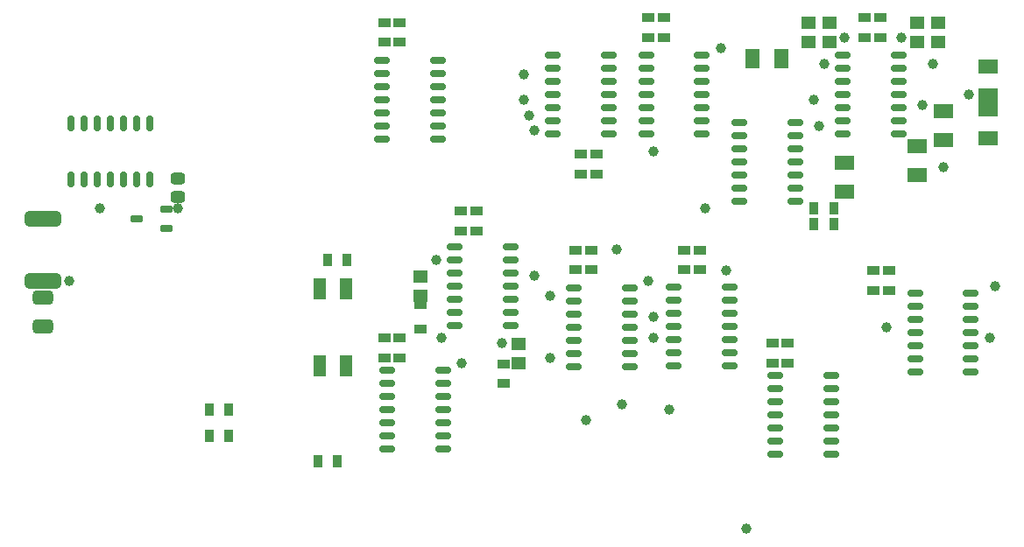
<source format=gbp>
G04*
G04 #@! TF.GenerationSoftware,Altium Limited,Altium Designer,23.9.2 (47)*
G04*
G04 Layer_Color=128*
%FSLAX44Y44*%
%MOMM*%
G71*
G04*
G04 #@! TF.SameCoordinates,1607B9EF-4730-45C7-A4D5-593DF947B7B5*
G04*
G04*
G04 #@! TF.FilePolarity,Positive*
G04*
G01*
G75*
%ADD17R,1.3000X0.9000*%
%ADD18R,1.3500X1.1500*%
%ADD19C,1.0000*%
G04:AMPARAMS|DCode=28|XSize=0.65mm|YSize=1.25mm|CornerRadius=0.1625mm|HoleSize=0mm|Usage=FLASHONLY|Rotation=90.000|XOffset=0mm|YOffset=0mm|HoleType=Round|Shape=RoundedRectangle|*
%AMROUNDEDRECTD28*
21,1,0.6500,0.9250,0,0,90.0*
21,1,0.3250,1.2500,0,0,90.0*
1,1,0.3250,0.4625,0.1625*
1,1,0.3250,0.4625,-0.1625*
1,1,0.3250,-0.4625,-0.1625*
1,1,0.3250,-0.4625,0.1625*
%
%ADD28ROUNDEDRECTD28*%
G04:AMPARAMS|DCode=32|XSize=3.5mm|YSize=1.5mm|CornerRadius=0.375mm|HoleSize=0mm|Usage=FLASHONLY|Rotation=0.000|XOffset=0mm|YOffset=0mm|HoleType=Round|Shape=RoundedRectangle|*
%AMROUNDEDRECTD32*
21,1,3.5000,0.7500,0,0,0.0*
21,1,2.7500,1.5000,0,0,0.0*
1,1,0.7500,1.3750,-0.3750*
1,1,0.7500,-1.3750,-0.3750*
1,1,0.7500,-1.3750,0.3750*
1,1,0.7500,1.3750,0.3750*
%
%ADD32ROUNDEDRECTD32*%
G04:AMPARAMS|DCode=34|XSize=0.6mm|YSize=1.45mm|CornerRadius=0.15mm|HoleSize=0mm|Usage=FLASHONLY|Rotation=90.000|XOffset=0mm|YOffset=0mm|HoleType=Round|Shape=RoundedRectangle|*
%AMROUNDEDRECTD34*
21,1,0.6000,1.1500,0,0,90.0*
21,1,0.3000,1.4500,0,0,90.0*
1,1,0.3000,0.5750,0.1500*
1,1,0.3000,0.5750,-0.1500*
1,1,0.3000,-0.5750,-0.1500*
1,1,0.3000,-0.5750,0.1500*
%
%ADD34ROUNDEDRECTD34*%
%ADD83R,1.2000X2.0000*%
%ADD84R,0.9000X1.3000*%
G04:AMPARAMS|DCode=85|XSize=0.6mm|YSize=1.55mm|CornerRadius=0.15mm|HoleSize=0mm|Usage=FLASHONLY|Rotation=90.000|XOffset=0mm|YOffset=0mm|HoleType=Round|Shape=RoundedRectangle|*
%AMROUNDEDRECTD85*
21,1,0.6000,1.2500,0,0,90.0*
21,1,0.3000,1.5500,0,0,90.0*
1,1,0.3000,0.6250,0.1500*
1,1,0.3000,0.6250,-0.1500*
1,1,0.3000,-0.6250,-0.1500*
1,1,0.3000,-0.6250,0.1500*
%
%ADD85ROUNDEDRECTD85*%
%ADD86R,1.9500X1.4000*%
%ADD87R,1.4000X1.9500*%
G04:AMPARAMS|DCode=88|XSize=0.6mm|YSize=1.45mm|CornerRadius=0.15mm|HoleSize=0mm|Usage=FLASHONLY|Rotation=0.000|XOffset=0mm|YOffset=0mm|HoleType=Round|Shape=RoundedRectangle|*
%AMROUNDEDRECTD88*
21,1,0.6000,1.1500,0,0,0.0*
21,1,0.3000,1.4500,0,0,0.0*
1,1,0.3000,0.1500,-0.5750*
1,1,0.3000,-0.1500,-0.5750*
1,1,0.3000,-0.1500,0.5750*
1,1,0.3000,0.1500,0.5750*
%
%ADD88ROUNDEDRECTD88*%
G04:AMPARAMS|DCode=89|XSize=1.35mm|YSize=1.15mm|CornerRadius=0.2875mm|HoleSize=0mm|Usage=FLASHONLY|Rotation=0.000|XOffset=0mm|YOffset=0mm|HoleType=Round|Shape=RoundedRectangle|*
%AMROUNDEDRECTD89*
21,1,1.3500,0.5750,0,0,0.0*
21,1,0.7750,1.1500,0,0,0.0*
1,1,0.5750,0.3875,-0.2875*
1,1,0.5750,-0.3875,-0.2875*
1,1,0.5750,-0.3875,0.2875*
1,1,0.5750,0.3875,0.2875*
%
%ADD89ROUNDEDRECTD89*%
G04:AMPARAMS|DCode=90|XSize=1.95mm|YSize=1.4mm|CornerRadius=0.35mm|HoleSize=0mm|Usage=FLASHONLY|Rotation=0.000|XOffset=0mm|YOffset=0mm|HoleType=Round|Shape=RoundedRectangle|*
%AMROUNDEDRECTD90*
21,1,1.9500,0.7000,0,0,0.0*
21,1,1.2500,1.4000,0,0,0.0*
1,1,0.7000,0.6250,-0.3500*
1,1,0.7000,-0.6250,-0.3500*
1,1,0.7000,-0.6250,0.3500*
1,1,0.7000,0.6250,0.3500*
%
%ADD90ROUNDEDRECTD90*%
D17*
X1020000Y659500D02*
D03*
Y640500D02*
D03*
X979250Y788420D02*
D03*
Y807420D02*
D03*
X994146D02*
D03*
Y788420D02*
D03*
X1105000Y769500D02*
D03*
Y750500D02*
D03*
X1090000Y750500D02*
D03*
Y769500D02*
D03*
X1195000Y750500D02*
D03*
Y769500D02*
D03*
X1210000Y769500D02*
D03*
Y750500D02*
D03*
X905000Y665500D02*
D03*
Y684500D02*
D03*
X940000Y716500D02*
D03*
Y693500D02*
D03*
X1377850Y730677D02*
D03*
Y749677D02*
D03*
X1369519Y975500D02*
D03*
Y994500D02*
D03*
X1384533D02*
D03*
Y975500D02*
D03*
X1160000Y975500D02*
D03*
Y994500D02*
D03*
X1175000Y994500D02*
D03*
Y975500D02*
D03*
X1095287Y843125D02*
D03*
Y862125D02*
D03*
X1110287D02*
D03*
Y843125D02*
D03*
X905000Y970500D02*
D03*
Y989500D02*
D03*
X920000Y989500D02*
D03*
Y970500D02*
D03*
X1392610Y730677D02*
D03*
Y749677D02*
D03*
X1280000Y660500D02*
D03*
Y679500D02*
D03*
X1295000Y679500D02*
D03*
Y660500D02*
D03*
X920000Y665500D02*
D03*
Y684500D02*
D03*
D18*
X1035000Y660000D02*
D03*
Y678500D02*
D03*
X940000Y744250D02*
D03*
Y725750D02*
D03*
X1420000Y989250D02*
D03*
Y970750D02*
D03*
X1440000Y989250D02*
D03*
Y970750D02*
D03*
X1315000Y989250D02*
D03*
Y970750D02*
D03*
X1335000Y989250D02*
D03*
Y970750D02*
D03*
D19*
X1065000Y725000D02*
D03*
X1050000Y745000D02*
D03*
X1405000Y975000D02*
D03*
X1018248Y680000D02*
D03*
X1040000Y940000D02*
D03*
X1165000Y705000D02*
D03*
Y685000D02*
D03*
X1130000Y770000D02*
D03*
X1235000Y750000D02*
D03*
X1180000Y615000D02*
D03*
X1135000Y620000D02*
D03*
X1100000Y605000D02*
D03*
X960000Y685000D02*
D03*
X1390000Y695000D02*
D03*
X1490000Y685000D02*
D03*
X1425000Y910000D02*
D03*
X1445000Y850000D02*
D03*
X1325000Y890000D02*
D03*
X1435000Y950000D02*
D03*
X1350000Y975000D02*
D03*
X1330000Y950000D02*
D03*
X1165000Y865000D02*
D03*
X1230000Y965000D02*
D03*
X1045000Y900000D02*
D03*
X1050000Y885000D02*
D03*
X1040000Y915000D02*
D03*
X1255000Y500000D02*
D03*
X600000Y740000D02*
D03*
X1320000Y915000D02*
D03*
X980000Y660000D02*
D03*
X630000Y810000D02*
D03*
X1495000Y735000D02*
D03*
X1065000Y665000D02*
D03*
X955000Y760000D02*
D03*
X1160000Y740000D02*
D03*
X1470000Y920000D02*
D03*
X1215000Y810000D02*
D03*
X705000D02*
D03*
D28*
X665750Y800000D02*
D03*
X694250Y790500D02*
D03*
Y809500D02*
D03*
D32*
X575000Y740000D02*
D03*
Y800000D02*
D03*
D34*
X1347750Y881900D02*
D03*
Y894600D02*
D03*
Y907300D02*
D03*
Y920000D02*
D03*
Y932700D02*
D03*
Y945400D02*
D03*
Y958100D02*
D03*
X1402250Y881900D02*
D03*
Y894600D02*
D03*
Y907300D02*
D03*
Y920000D02*
D03*
Y932700D02*
D03*
Y945400D02*
D03*
Y958100D02*
D03*
D83*
X842300Y732500D02*
D03*
X867700D02*
D03*
Y657500D02*
D03*
X842300D02*
D03*
D84*
X840500Y565000D02*
D03*
X859500D02*
D03*
X869000Y760000D02*
D03*
X850000D02*
D03*
X754500Y615503D02*
D03*
X735500D02*
D03*
X754500Y590000D02*
D03*
X735500D02*
D03*
X1320500Y810000D02*
D03*
X1339500D02*
D03*
Y795000D02*
D03*
X1320500D02*
D03*
D85*
X1027000Y722300D02*
D03*
Y709600D02*
D03*
X1122000Y958100D02*
D03*
Y907300D02*
D03*
X1068000Y945400D02*
D03*
Y907300D02*
D03*
X1337000Y635400D02*
D03*
Y648100D02*
D03*
Y622700D02*
D03*
Y610000D02*
D03*
Y597300D02*
D03*
Y584600D02*
D03*
Y571900D02*
D03*
X1283000Y648100D02*
D03*
Y635400D02*
D03*
Y622700D02*
D03*
Y610000D02*
D03*
Y597300D02*
D03*
Y584600D02*
D03*
Y571900D02*
D03*
X1088000Y656900D02*
D03*
Y669600D02*
D03*
Y682300D02*
D03*
Y695000D02*
D03*
Y707700D02*
D03*
Y720400D02*
D03*
Y733100D02*
D03*
X1142000Y656900D02*
D03*
Y669600D02*
D03*
Y682300D02*
D03*
Y695000D02*
D03*
Y707700D02*
D03*
Y720400D02*
D03*
Y733100D02*
D03*
X1239000Y720800D02*
D03*
Y733500D02*
D03*
Y708100D02*
D03*
Y695400D02*
D03*
Y682700D02*
D03*
Y670000D02*
D03*
Y657300D02*
D03*
X1185000Y733500D02*
D03*
Y720800D02*
D03*
Y708100D02*
D03*
Y695400D02*
D03*
Y682700D02*
D03*
Y670000D02*
D03*
Y657300D02*
D03*
X962000Y640400D02*
D03*
Y653100D02*
D03*
Y627700D02*
D03*
Y615000D02*
D03*
Y602300D02*
D03*
Y589600D02*
D03*
Y576900D02*
D03*
X908000Y653100D02*
D03*
Y640400D02*
D03*
Y627700D02*
D03*
Y615000D02*
D03*
Y602300D02*
D03*
Y589600D02*
D03*
Y576900D02*
D03*
X957000Y940400D02*
D03*
Y953100D02*
D03*
Y927700D02*
D03*
Y915000D02*
D03*
Y902300D02*
D03*
Y889600D02*
D03*
Y876900D02*
D03*
X903000Y953100D02*
D03*
Y940400D02*
D03*
Y927700D02*
D03*
Y915000D02*
D03*
Y902300D02*
D03*
Y889600D02*
D03*
Y876900D02*
D03*
X1418000Y651900D02*
D03*
Y664600D02*
D03*
Y677300D02*
D03*
Y690000D02*
D03*
Y702700D02*
D03*
Y715400D02*
D03*
Y728100D02*
D03*
X1472000Y651900D02*
D03*
Y664600D02*
D03*
Y677300D02*
D03*
Y690000D02*
D03*
Y702700D02*
D03*
Y728100D02*
D03*
Y715400D02*
D03*
X1302000Y893100D02*
D03*
Y880400D02*
D03*
Y867700D02*
D03*
Y855000D02*
D03*
Y842300D02*
D03*
Y829600D02*
D03*
Y816900D02*
D03*
X1248000Y893100D02*
D03*
Y880400D02*
D03*
Y867700D02*
D03*
Y855000D02*
D03*
Y842300D02*
D03*
Y829600D02*
D03*
Y816900D02*
D03*
X1212000Y945400D02*
D03*
Y958100D02*
D03*
Y932700D02*
D03*
Y920000D02*
D03*
Y907300D02*
D03*
Y894600D02*
D03*
Y881900D02*
D03*
X1158000Y958100D02*
D03*
Y945400D02*
D03*
Y932700D02*
D03*
Y920000D02*
D03*
Y907300D02*
D03*
Y894600D02*
D03*
Y881900D02*
D03*
X973000Y696900D02*
D03*
Y709600D02*
D03*
Y722300D02*
D03*
Y735000D02*
D03*
Y747700D02*
D03*
Y760400D02*
D03*
Y773100D02*
D03*
X1027000Y696900D02*
D03*
Y735000D02*
D03*
Y747700D02*
D03*
Y773100D02*
D03*
Y760400D02*
D03*
X1068000Y881900D02*
D03*
Y894600D02*
D03*
Y920000D02*
D03*
Y932700D02*
D03*
Y958100D02*
D03*
X1122000Y881900D02*
D03*
Y894600D02*
D03*
Y920000D02*
D03*
Y932700D02*
D03*
Y945400D02*
D03*
D86*
X1445000Y904000D02*
D03*
Y876000D02*
D03*
X1488520Y906055D02*
D03*
Y878055D02*
D03*
X1350000Y854000D02*
D03*
Y826000D02*
D03*
X1488520Y919570D02*
D03*
Y947570D02*
D03*
X1420000Y842000D02*
D03*
Y870000D02*
D03*
D87*
X1289000Y955000D02*
D03*
X1261000D02*
D03*
D88*
X601900Y892250D02*
D03*
X614600D02*
D03*
X627300D02*
D03*
X640000D02*
D03*
X652700D02*
D03*
X665400D02*
D03*
X678100D02*
D03*
X601900Y837750D02*
D03*
X614600D02*
D03*
X627300D02*
D03*
X640000D02*
D03*
X652700D02*
D03*
X665400D02*
D03*
X678100D02*
D03*
D89*
X705000Y839250D02*
D03*
Y820750D02*
D03*
D90*
X575000Y696000D02*
D03*
Y724000D02*
D03*
M02*

</source>
